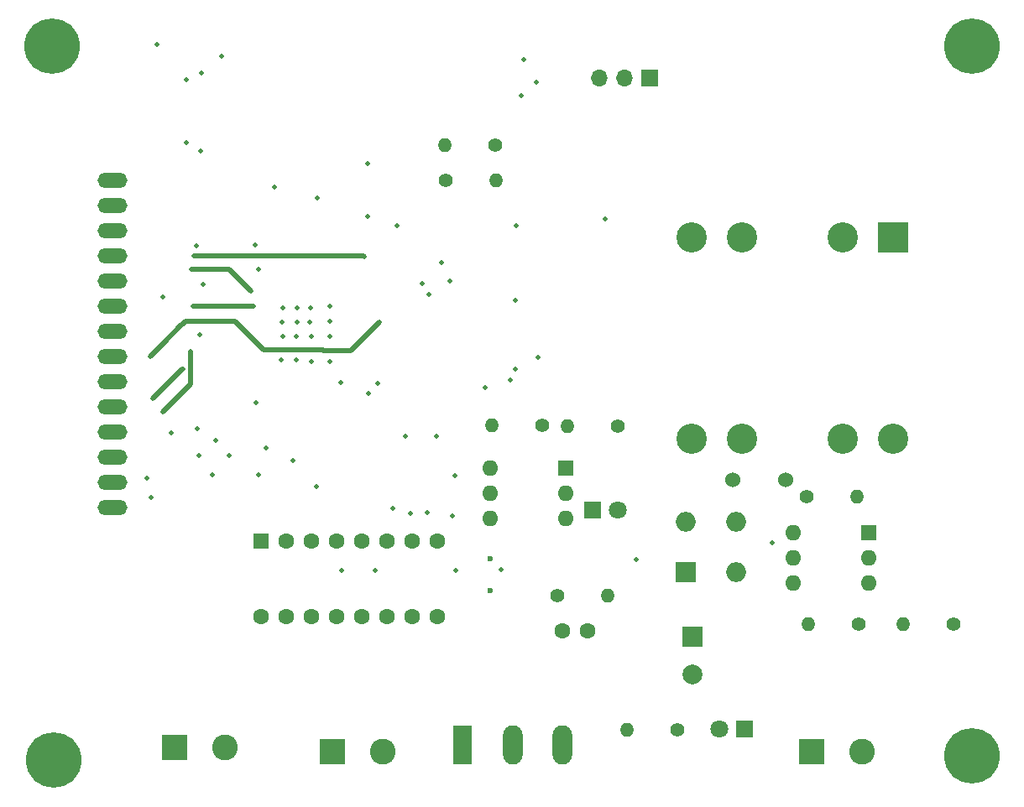
<source format=gbr>
%TF.GenerationSoftware,KiCad,Pcbnew,8.0.4*%
%TF.CreationDate,2024-09-26T20:40:34-05:00*%
%TF.ProjectId,solder_oven_PCB,736f6c64-6572-45f6-9f76-656e5f504342,rev?*%
%TF.SameCoordinates,Original*%
%TF.FileFunction,Copper,L2,Inr*%
%TF.FilePolarity,Positive*%
%FSLAX46Y46*%
G04 Gerber Fmt 4.6, Leading zero omitted, Abs format (unit mm)*
G04 Created by KiCad (PCBNEW 8.0.4) date 2024-09-26 20:40:34*
%MOMM*%
%LPD*%
G01*
G04 APERTURE LIST*
%TA.AperFunction,ComponentPad*%
%ADD10C,5.600000*%
%TD*%
%TA.AperFunction,ComponentPad*%
%ADD11R,2.600000X2.600000*%
%TD*%
%TA.AperFunction,ComponentPad*%
%ADD12C,2.600000*%
%TD*%
%TA.AperFunction,ComponentPad*%
%ADD13R,1.700000X1.700000*%
%TD*%
%TA.AperFunction,ComponentPad*%
%ADD14O,1.700000X1.700000*%
%TD*%
%TA.AperFunction,ComponentPad*%
%ADD15C,1.400000*%
%TD*%
%TA.AperFunction,ComponentPad*%
%ADD16O,1.400000X1.400000*%
%TD*%
%TA.AperFunction,ComponentPad*%
%ADD17O,3.000000X1.500000*%
%TD*%
%TA.AperFunction,ComponentPad*%
%ADD18R,2.000000X2.000000*%
%TD*%
%TA.AperFunction,ComponentPad*%
%ADD19O,2.000000X2.000000*%
%TD*%
%TA.AperFunction,ComponentPad*%
%ADD20R,1.800000X1.800000*%
%TD*%
%TA.AperFunction,ComponentPad*%
%ADD21C,1.800000*%
%TD*%
%TA.AperFunction,ComponentPad*%
%ADD22C,1.600000*%
%TD*%
%TA.AperFunction,ComponentPad*%
%ADD23O,1.980000X3.960000*%
%TD*%
%TA.AperFunction,ComponentPad*%
%ADD24R,1.980000X3.960000*%
%TD*%
%TA.AperFunction,ComponentPad*%
%ADD25R,1.600000X1.600000*%
%TD*%
%TA.AperFunction,ComponentPad*%
%ADD26O,1.600000X1.600000*%
%TD*%
%TA.AperFunction,ComponentPad*%
%ADD27C,2.000000*%
%TD*%
%TA.AperFunction,ComponentPad*%
%ADD28R,3.048000X3.048000*%
%TD*%
%TA.AperFunction,ComponentPad*%
%ADD29C,3.048000*%
%TD*%
%TA.AperFunction,ViaPad*%
%ADD30C,0.508000*%
%TD*%
%TA.AperFunction,ViaPad*%
%ADD31C,0.600000*%
%TD*%
%TA.AperFunction,ViaPad*%
%ADD32C,1.524000*%
%TD*%
%TA.AperFunction,Conductor*%
%ADD33C,0.508000*%
%TD*%
G04 APERTURE END LIST*
D10*
%TO.N,GND*%
%TO.C,H3*%
X57450000Y-123913000D03*
%TD*%
D11*
%TO.N,Fase*%
%TO.C,P1*%
X133930000Y-123068000D03*
D12*
%TO.N,Neutro*%
X139010000Y-123068000D03*
%TD*%
D13*
%TO.N,/esp32/Tx*%
%TO.C,J1*%
X117545000Y-55070000D03*
D14*
%TO.N,/esp32/Rx*%
X115005000Y-55070000D03*
%TO.N,GND*%
X112465000Y-55070000D03*
%TD*%
D10*
%TO.N,GND*%
%TO.C,H2*%
X150125000Y-123488000D03*
%TD*%
D15*
%TO.N,Net-(D4-A)*%
%TO.C,R6*%
X120400000Y-120900000D03*
D16*
%TO.N,+12v*%
X115320000Y-120900000D03*
%TD*%
D11*
%TO.N,Net-(TC1-+)*%
%TO.C,TC1*%
X69627500Y-122656500D03*
D12*
%TO.N,GND*%
X74707500Y-122656500D03*
%TD*%
D10*
%TO.N,GND*%
%TO.C,H4*%
X57300000Y-51888000D03*
%TD*%
D17*
%TO.N,+5V*%
%TO.C,T1*%
X63385000Y-65403000D03*
%TO.N,GND*%
X63385000Y-67943000D03*
%TO.N,/esp32/CS*%
X63385000Y-70483000D03*
%TO.N,/esp32/RST*%
X63385000Y-73023000D03*
%TO.N,/esp32/D{slash}C*%
X63385000Y-75563000D03*
%TO.N,/esp32/MOSI*%
X63385000Y-78103000D03*
%TO.N,/esp32/CLK*%
X63385000Y-80643000D03*
%TO.N,/esp32/LED*%
X63385000Y-83183000D03*
%TO.N,/esp32/MISO*%
X63385000Y-85723000D03*
%TO.N,/esp32/T_CLK*%
X63385000Y-88263000D03*
%TO.N,/esp32/T_CS*%
X63385000Y-90803000D03*
%TO.N,/esp32/T_DIN*%
X63385000Y-93343000D03*
%TO.N,/esp32/T_DO*%
X63385000Y-95883000D03*
%TO.N,/esp32/T_IRQ*%
X63385000Y-98423000D03*
%TD*%
D18*
%TO.N,+12v*%
%TO.C,D3*%
X121230000Y-104938000D03*
D19*
%TO.N,12_{NN}*%
X126310000Y-104938000D03*
%TO.N,GND*%
X126310000Y-99858000D03*
%TO.N,12_{V_{ac}}*%
X121230000Y-99858000D03*
%TD*%
D20*
%TO.N,GND*%
%TO.C,D4*%
X127175000Y-120800000D03*
D21*
%TO.N,Net-(D4-A)*%
X124635000Y-120800000D03*
%TD*%
D22*
%TO.N,/modules/shot*%
%TO.C,C8*%
X108800000Y-110900000D03*
%TO.N,Net-(D1-A1)*%
X111300000Y-110900000D03*
%TD*%
D11*
%TO.N,Net-(D1-A1)*%
%TO.C,R1*%
X85580000Y-123068000D03*
D12*
%TO.N,Neutro*%
X90660000Y-123068000D03*
%TD*%
D10*
%TO.N,GND*%
%TO.C,H1*%
X150125000Y-51888000D03*
%TD*%
D15*
%TO.N,/modules/shot*%
%TO.C,R12*%
X108250000Y-107300000D03*
D16*
%TO.N,Net-(D1-A1)*%
X113330000Y-107300000D03*
%TD*%
D23*
%TO.N,Net-(D1-A1)*%
%TO.C,D1*%
X108730000Y-122388000D03*
%TO.N,Fase*%
X103730000Y-122388000D03*
D24*
%TO.N,/modules/shot*%
X98730000Y-122388000D03*
%TD*%
D25*
%TO.N,+3.3V*%
%TO.C,U7*%
X78385000Y-101840000D03*
D22*
%TO.N,Net-(U7-B)*%
X80925000Y-101840000D03*
%TO.N,Net-(U7-A)*%
X83465000Y-101840000D03*
%TO.N,/Zero_Cross*%
X86005000Y-101840000D03*
%TO.N,Net-(U7-B)*%
X88545000Y-101840000D03*
%TO.N,unconnected-(U7-NotC-Pad6)*%
X91085000Y-101840000D03*
%TO.N,unconnected-(U7-C-Pad7)*%
X93625000Y-101840000D03*
%TO.N,GND*%
X96165000Y-101840000D03*
%TO.N,unconnected-(U7-D-Pad9)*%
X96165000Y-109460000D03*
%TO.N,unconnected-(U7-NotD-Pad10)*%
X93625000Y-109460000D03*
%TO.N,unconnected-(U7-E-Pad11)*%
X91085000Y-109460000D03*
%TO.N,unconnected-(U7-NotE-Pad12)*%
X88545000Y-109460000D03*
%TO.N,unconnected-(U7-NC-Pad13)*%
X86005000Y-109460000D03*
%TO.N,unconnected-(U7-F-Pad14)*%
X83465000Y-109460000D03*
%TO.N,unconnected-(U7-NotF-Pad15)*%
X80925000Y-109460000D03*
%TO.N,+3.3V*%
X78385000Y-109460000D03*
%TD*%
D25*
%TO.N,Net-(D2-K)*%
%TO.C,U5*%
X109095000Y-94420000D03*
D26*
%TO.N,GND*%
X109095000Y-96960000D03*
%TO.N,unconnected-(U5-NC-Pad3)*%
X109095000Y-99500000D03*
%TO.N,/modules/shot*%
X101475000Y-99500000D03*
%TO.N,unconnected-(U5-NC-Pad5)*%
X101475000Y-96960000D03*
%TO.N,Net-(R11-Pad2)*%
X101475000Y-94420000D03*
%TD*%
D18*
%TO.N,+12v*%
%TO.C,C2*%
X121925000Y-111445323D03*
D27*
%TO.N,GND*%
X121925000Y-115245323D03*
%TD*%
D15*
%TO.N,Fase*%
%TO.C,R11*%
X106715000Y-90150000D03*
D16*
%TO.N,Net-(R11-Pad2)*%
X101635000Y-90150000D03*
%TD*%
D28*
%TO.N,Fase*%
%TO.C,T2*%
X142089000Y-71161000D03*
D29*
%TO.N,unconnected-(T2-Pad2)*%
X137009000Y-71161000D03*
%TO.N,unconnected-(T2-NC-Pad3)*%
X126849000Y-71161000D03*
%TO.N,Neutro*%
X121769000Y-71161000D03*
%TO.N,12_{V_{ac}}*%
X121769000Y-91481000D03*
%TO.N,12_{NN}*%
X126849000Y-91481000D03*
%TO.N,unconnected-(T2-Pad9)*%
X137009000Y-91481000D03*
%TO.N,unconnected-(T2-Pad10)*%
X142089000Y-91481000D03*
%TD*%
D15*
%TO.N,Net-(D2-A)*%
%TO.C,R2*%
X114390000Y-90200000D03*
D16*
%TO.N,/trigger_Gate*%
X109310000Y-90200000D03*
%TD*%
D25*
%TO.N,Net-(R3-Pad2)*%
%TO.C,U4*%
X139700000Y-101000000D03*
D26*
%TO.N,12_{NN}*%
X139700000Y-103540000D03*
%TO.N,unconnected-(U4-NC-Pad3)*%
X139700000Y-106080000D03*
%TO.N,GND*%
X132080000Y-106080000D03*
%TO.N,Net-(U7-A)*%
X132080000Y-103540000D03*
%TO.N,Net-(R4-Pad1)*%
X132080000Y-101000000D03*
%TD*%
D15*
%TO.N,GND*%
%TO.C,R8*%
X101975000Y-61875000D03*
D16*
%TO.N,Net-(U6-FB)*%
X96895000Y-61875000D03*
%TD*%
D15*
%TO.N,+3.3V*%
%TO.C,R5*%
X148200000Y-110175000D03*
D16*
%TO.N,Net-(U7-A)*%
X143120000Y-110175000D03*
%TD*%
D20*
%TO.N,Net-(D2-K)*%
%TO.C,D2*%
X111850000Y-98650000D03*
D21*
%TO.N,Net-(D2-A)*%
X114390000Y-98650000D03*
%TD*%
D15*
%TO.N,12_{V_{ac}}*%
%TO.C,R3*%
X133400000Y-97300000D03*
D16*
%TO.N,Net-(R3-Pad2)*%
X138480000Y-97300000D03*
%TD*%
D15*
%TO.N,Net-(R4-Pad1)*%
%TO.C,R4*%
X138615000Y-110175000D03*
D16*
%TO.N,GND*%
X133535000Y-110175000D03*
%TD*%
D15*
%TO.N,Net-(U6-FB)*%
%TO.C,R7*%
X96995000Y-65375000D03*
D16*
%TO.N,+5V*%
X102075000Y-65375000D03*
%TD*%
D30*
%TO.N,/esp32/EN*%
X71900000Y-90500000D03*
X78100000Y-74400000D03*
%TO.N,GND*%
X104013000Y-84455000D03*
X83413600Y-81178400D03*
X71882000Y-72009000D03*
X89154000Y-69088000D03*
X83439000Y-83693000D03*
X85344000Y-79629000D03*
X97663000Y-99314000D03*
X72390000Y-54610000D03*
X85344000Y-83693000D03*
X83312000Y-79756000D03*
X82042000Y-79756000D03*
X103505000Y-85598000D03*
X72263000Y-62484000D03*
X75184000Y-93218000D03*
X83400000Y-78300000D03*
X89154000Y-63754000D03*
X81915000Y-83566000D03*
X81940400Y-81127600D03*
X84074000Y-67183000D03*
X80391000Y-83566000D03*
X80594200Y-81127600D03*
X91694000Y-98552000D03*
X80518000Y-79756000D03*
X77851000Y-87884000D03*
X106172000Y-55499000D03*
X97917000Y-95250000D03*
X104902000Y-53213000D03*
X106299000Y-83312000D03*
X104648000Y-56896000D03*
X72136000Y-93218000D03*
X70866000Y-61595000D03*
X93472000Y-99060000D03*
X73787000Y-91694000D03*
X92075000Y-69977000D03*
X70866000Y-55245000D03*
X85344000Y-81153000D03*
X85344000Y-78105000D03*
X78867000Y-92456000D03*
X95123000Y-98933000D03*
X82000000Y-78300000D03*
X80600000Y-78300000D03*
%TO.N,+3.3V*%
X96100000Y-91200000D03*
X92900000Y-91200000D03*
X104000000Y-77500000D03*
X73500000Y-95100000D03*
X104100000Y-70000000D03*
X74400000Y-52900000D03*
X79700000Y-66100000D03*
X78100000Y-95100000D03*
X77800000Y-71900000D03*
%TO.N,+12v*%
X113100000Y-69300000D03*
%TO.N,+5V*%
X67900000Y-51700000D03*
D31*
%TO.N,/modules/shot*%
X101500000Y-103600000D03*
X101500000Y-106800000D03*
D32*
%TO.N,12_{V_{ac}}*%
X125984000Y-95631000D03*
X131318000Y-95631000D03*
D30*
%TO.N,/esp32/Tx*%
X95300000Y-76900000D03*
X97400000Y-75600000D03*
%TO.N,/esp32/Rx*%
X94600000Y-75800000D03*
X96600000Y-73700000D03*
%TO.N,/trigger_Gate*%
X101000000Y-86300000D03*
X90100000Y-85900000D03*
%TO.N,Net-(U7-A)*%
X98000000Y-104800000D03*
X102600000Y-104700000D03*
X129900000Y-102000000D03*
X89900000Y-104800000D03*
X86500000Y-104800000D03*
X116200000Y-103700000D03*
%TO.N,/esp32/MOSI*%
X77597000Y-78100000D03*
X71500000Y-78100000D03*
%TO.N,/esp32/T_IRQ*%
X72500000Y-75900000D03*
X67300000Y-97400000D03*
%TO.N,/esp32/T_CS*%
X68500000Y-88800000D03*
X71300000Y-82700000D03*
%TO.N,/esp32/T_CLK*%
X67450000Y-87450000D03*
X70481000Y-84481000D03*
%TO.N,/esp32/LED*%
X67200000Y-83200000D03*
X90300000Y-79700000D03*
%TO.N,/esp32/D{slash}C*%
X71363000Y-74400000D03*
X86400000Y-85800000D03*
X77343000Y-76581000D03*
X89200000Y-86900000D03*
%TO.N,/esp32/T_DO*%
X68500000Y-77200000D03*
X66850000Y-95450000D03*
%TO.N,/esp32/T_DIN*%
X69300000Y-90900000D03*
X72200000Y-81000000D03*
%TO.N,/esp32/RST*%
X88750000Y-73075000D03*
X71600000Y-73050000D03*
%TO.N,/Zero_Cross*%
X81600000Y-93700000D03*
X84000000Y-96300000D03*
%TD*%
D33*
%TO.N,/esp32/MOSI*%
X71500000Y-78100000D02*
X77597000Y-78100000D01*
%TO.N,/esp32/T_CS*%
X71300000Y-86000000D02*
X68500000Y-88800000D01*
X71300000Y-82700000D02*
X71300000Y-86000000D01*
%TO.N,/esp32/T_CLK*%
X70419000Y-84481000D02*
X67450000Y-87450000D01*
X70481000Y-84481000D02*
X70419000Y-84481000D01*
%TO.N,/esp32/LED*%
X87424600Y-82575400D02*
X90300000Y-79700000D01*
X67200000Y-83200000D02*
X68462000Y-81938000D01*
X70739000Y-79654400D02*
X75768200Y-79654400D01*
X70383400Y-80010000D02*
X70739000Y-79654400D01*
X84632800Y-82575400D02*
X87424600Y-82575400D01*
X68462000Y-81938000D02*
X68462000Y-81906000D01*
X68462000Y-81906000D02*
X70358000Y-80010000D01*
X70358000Y-80010000D02*
X70383400Y-80010000D01*
X75768200Y-79654400D02*
X78663800Y-82550000D01*
X84607400Y-82550000D02*
X84632800Y-82575400D01*
X78663800Y-82550000D02*
X84607400Y-82550000D01*
%TO.N,/esp32/D{slash}C*%
X75162000Y-74400000D02*
X71363000Y-74400000D01*
X77343000Y-76581000D02*
X75162000Y-74400000D01*
%TO.N,/esp32/RST*%
X71600000Y-73050000D02*
X88725000Y-73050000D01*
X88725000Y-73050000D02*
X88750000Y-73075000D01*
%TD*%
M02*

</source>
